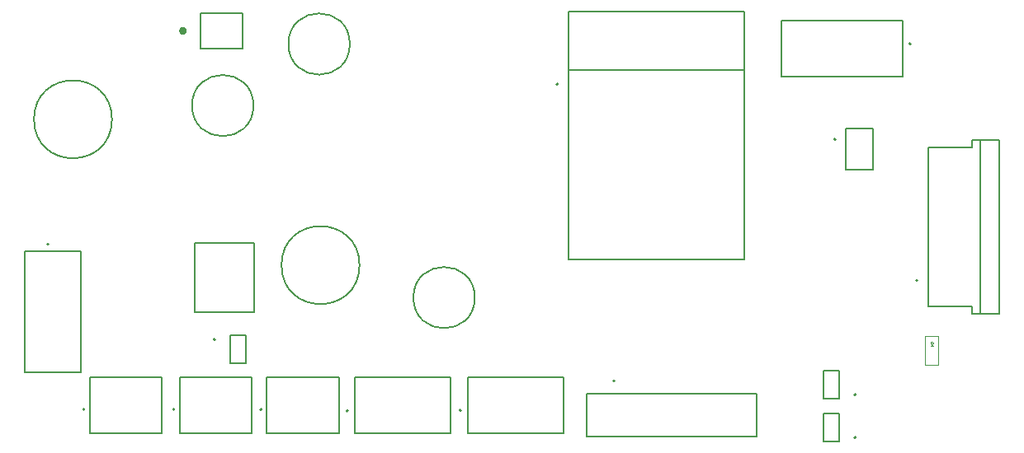
<source format=gbr>
%TF.GenerationSoftware,Altium Limited,Altium Designer,22.0.2 (36)*%
G04 Layer_Color=16711935*
%FSLAX45Y45*%
%MOMM*%
%TF.SameCoordinates,B6468D8F-76AC-4D1A-8A0B-9CDD1514F62C*%
%TF.FilePolarity,Positive*%
%TF.FileFunction,Other,3D_Top*%
%TF.Part,Single*%
G01*
G75*
%TA.AperFunction,NonConductor*%
%ADD113C,0.20000*%
%ADD114C,0.40000*%
%ADD115C,0.12700*%
%ADD117C,0.10000*%
%ADD122C,0.07000*%
D113*
X3450000Y361000D02*
G03*
X3450000Y361000I-10000J0D01*
G01*
X8453401Y3148870D02*
G03*
X8453401Y3148870I-10000J0D01*
G01*
X2564700Y373700D02*
G03*
X2564700Y373700I-10000J0D01*
G01*
X4610000Y364000D02*
G03*
X4610000Y364000I-10000J0D01*
G01*
X747700Y374700D02*
G03*
X747700Y374700I-10000J0D01*
G01*
X6187001Y668000D02*
G03*
X6187001Y668000I-10000J0D01*
G01*
X9293000Y1700000D02*
G03*
X9293000Y1700000I-10000J0D01*
G01*
X380000Y2073000D02*
G03*
X380000Y2073000I-10000J0D01*
G01*
X2086400Y1092100D02*
G03*
X2086400Y1092100I-10000J0D01*
G01*
X5603989Y3716809D02*
G03*
X5603989Y3716809I-10000J0D01*
G01*
X1670699Y373700D02*
G03*
X1670699Y373700I-10000J0D01*
G01*
X8663000Y83000D02*
G03*
X8663000Y83000I-10000J0D01*
G01*
X8663000Y525000D02*
G03*
X8663000Y525000I-10000J0D01*
G01*
X9224000Y4132000D02*
G03*
X9224000Y4132000I-10000J0D01*
G01*
D114*
X1775000Y4265000D02*
G03*
X1775000Y4265000I-20000J0D01*
G01*
D115*
X3567000Y1857000D02*
G03*
X3567000Y1857000I-400000J0D01*
G01*
X3468000Y4130000D02*
G03*
X3468000Y4130000I-315000J0D01*
G01*
X4750000Y1523000D02*
G03*
X4750000Y1523000I-315000J0D01*
G01*
X2479000Y3497000D02*
G03*
X2479000Y3497000I-315000J0D01*
G01*
X1027000Y3356000D02*
G03*
X1027000Y3356000I-400000J0D01*
G01*
X3515000Y701000D02*
X4505000D01*
X3515000Y126000D02*
Y701000D01*
Y126000D02*
X4505000D01*
Y701000D01*
X8554401Y2838870D02*
Y3258870D01*
X8839401D01*
Y2838870D02*
Y3258870D01*
X8554401Y2838870D02*
X8839401D01*
X3357000Y126000D02*
Y701000D01*
X2617000Y126000D02*
X3357000D01*
X2617000D02*
Y701000D01*
X3357000D01*
X4675000Y704000D02*
X5665000D01*
X4675000Y129000D02*
Y704000D01*
Y129000D02*
X5665000D01*
Y704000D01*
X800000Y702000D02*
X1540000D01*
X800000Y127000D02*
Y702000D01*
Y127000D02*
X1540000D01*
Y702000D01*
X5895501Y533000D02*
X7638501D01*
X7638501Y93000D01*
X5895501D02*
X7638501D01*
X5895501Y533000D02*
X5895501Y93000D01*
X9851000Y3067500D02*
Y3146000D01*
Y1354000D02*
Y1432500D01*
Y3146000D02*
X9940000D01*
X9851000Y1354000D02*
X9940000D01*
Y3146000D01*
X9400000Y3067500D02*
X9851000D01*
X9400000Y1432500D02*
X9851000D01*
X9940000Y1354000D02*
X10130000D01*
Y3146000D01*
X9940000D02*
X10130000D01*
X9400000Y1432500D02*
Y3067500D01*
X135000Y758000D02*
X710000D01*
X135000D02*
Y1998000D01*
X710000D01*
Y758000D02*
Y1998000D01*
X2238000Y1136000D02*
X2398001D01*
X2238000Y846000D02*
Y1136000D01*
Y846000D02*
X2398001D01*
Y1136000D01*
X1938750Y4446250D02*
X2371250D01*
Y4083750D02*
Y4446250D01*
X1938750Y4083750D02*
X2371250D01*
X1938750D02*
Y4446250D01*
X1880000Y2082000D02*
X2490000D01*
Y1372000D02*
Y2082000D01*
X1880000Y1372000D02*
X2490000D01*
X1880000D02*
Y2082000D01*
X5713989Y3865809D02*
X7513989D01*
X5713989D02*
Y4465809D01*
Y1915809D02*
Y3865809D01*
Y1915809D02*
X7513989D01*
Y3865809D01*
Y4465809D01*
X5713989D02*
X7513989D01*
X1723000Y701000D02*
X2463000D01*
X1723000Y126000D02*
Y701000D01*
Y126000D02*
X2463000D01*
Y701000D01*
X8492000Y43000D02*
X8492000Y333000D01*
X8331999Y43000D02*
Y333000D01*
Y43000D02*
X8492000D01*
X8331999Y333000D02*
X8492000D01*
Y485000D02*
X8492000Y775000D01*
X8332000Y485000D02*
Y775000D01*
Y485000D02*
X8492000D01*
X8332000Y775000D02*
X8492000D01*
X7899000Y3792000D02*
Y4367000D01*
X9139000D01*
Y3792000D02*
Y4367000D01*
X7899000Y3792000D02*
X9139000D01*
D117*
X9366000Y830000D02*
X9506000Y830000D01*
X9366000Y1130000D02*
X9506000D01*
Y830000D02*
Y1130000D01*
X9366000Y830000D02*
Y1130000D01*
D122*
X9432242Y1050809D02*
X9449170D01*
X9453402Y1055041D01*
Y1063505D01*
X9449170Y1067737D01*
X9432242D01*
X9428010Y1063505D01*
Y1055041D01*
X9436474Y1059273D02*
X9428010Y1050809D01*
Y1055041D02*
X9432242Y1050809D01*
X9428010Y1029649D02*
X9453402D01*
X9440706Y1042345D01*
Y1025417D01*
%TF.MD5,77c092ad2333ff0785a1860c1549d289*%
M02*

</source>
